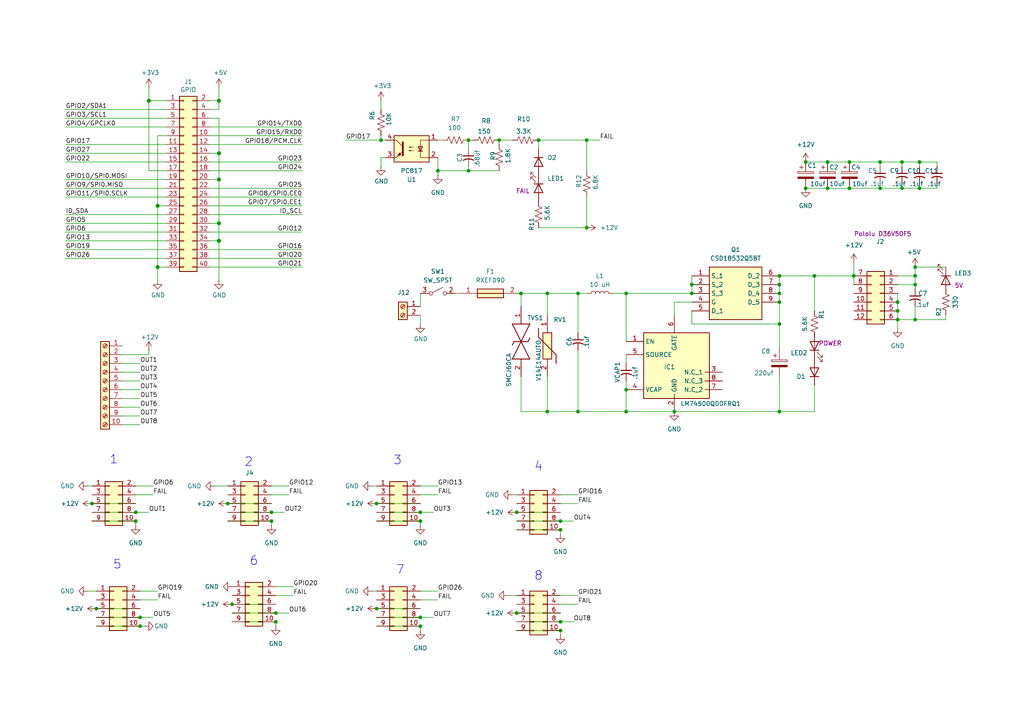
<source format=kicad_sch>
(kicad_sch (version 20250114) (generator "eeschema") (generator_version "9.0")
  (paper "A4")
  (text "5" (at 34.036 163.83 0) (effects (font (size 2.54 2.54))))
  (text "8" (at 156.21 167.132 0) (effects (font (size 2.54 2.54))))
  (text "4" (at 156.21 135.382 0) (effects (font (size 2.54 2.54))))
  (text "6" (at 73.66 162.814 0) (effects (font (size 2.54 2.54))))
  (text "1" (at 33.02 133.35 0) (effects (font (size 2.54 2.54))))
  (text "7" (at 116.078 165.354 0) (effects (font (size 2.54 2.54))))
  (text "2" (at 72.136 134.112 0) (effects (font (size 2.54 2.54))))
  (text "3" (at 115.316 133.604 0) (effects (font (size 2.54 2.54))))
  (junction (at 109.22 146.05))
  (junction (at 255.27 46.99))
  (junction (at 226.06 93.98))
  (junction (at 260.35 90.17))
  (junction (at 149.86 148.59))
  (junction (at 39.37 148.59))
  (junction (at 260.35 92.71))
  (junction (at 167.64 119.38))
  (junction (at 265.43 80.01))
  (junction (at 110.49 40.64))
  (junction (at 80.01 177.8))
  (junction (at 162.56 151.13))
  (junction (at 236.22 80.01))
  (junction (at 149.86 177.8))
  (junction (at 78.74 151.13))
  (junction (at 181.61 113.03))
  (junction (at 195.58 119.38))
  (junction (at 162.56 153.67))
  (junction (at 255.27 54.61))
  (junction (at 200.66 82.55))
  (junction (at 121.92 148.59))
  (junction (at 63.5 44.45) (diameter 1.016))
  (junction (at 170.18 66.04))
  (junction (at 158.75 85.09))
  (junction (at 226.06 82.55))
  (junction (at 26.67 146.05))
  (junction (at 40.64 181.61))
  (junction (at 226.06 85.09))
  (junction (at 135.89 49.53))
  (junction (at 121.92 181.61))
  (junction (at 167.64 85.09))
  (junction (at 162.56 182.88))
  (junction (at 40.64 179.07))
  (junction (at 233.68 46.99))
  (junction (at 200.66 85.09))
  (junction (at 121.92 179.07))
  (junction (at 233.68 54.61))
  (junction (at 266.7 54.61))
  (junction (at 240.03 46.99))
  (junction (at 66.04 146.05))
  (junction (at 67.31 175.26))
  (junction (at 170.18 40.64))
  (junction (at 261.62 54.61))
  (junction (at 261.62 46.99))
  (junction (at 158.75 119.38))
  (junction (at 45.72 77.47) (diameter 1.016))
  (junction (at 127 49.53))
  (junction (at 63.5 29.21) (diameter 1.016))
  (junction (at 63.5 52.07) (diameter 1.016))
  (junction (at 246.38 54.61))
  (junction (at 121.92 151.13))
  (junction (at 109.22 176.53))
  (junction (at 247.65 80.01))
  (junction (at 265.43 92.71))
  (junction (at 265.43 77.47))
  (junction (at 63.5 69.85) (diameter 1.016))
  (junction (at 63.5 64.77) (diameter 1.016))
  (junction (at 240.03 54.61))
  (junction (at 135.89 40.64))
  (junction (at 78.74 148.59))
  (junction (at 181.61 119.38))
  (junction (at 80.01 180.34))
  (junction (at 45.72 59.69) (diameter 1.016))
  (junction (at 144.78 40.64))
  (junction (at 226.06 87.63))
  (junction (at 156.21 40.64))
  (junction (at 27.94 176.53))
  (junction (at 226.06 119.38))
  (junction (at 260.35 87.63))
  (junction (at 43.18 29.21) (diameter 1.016))
  (junction (at 151.13 85.09))
  (junction (at 266.7 46.99))
  (junction (at 246.38 46.99))
  (junction (at 162.56 180.34))
  (junction (at 265.43 82.55))
  (junction (at 181.61 85.09))
  (junction (at 39.37 151.13))
  (junction (at 226.06 80.01))
  (wire (pts (xy 19.05 36.83) (xy 48.26 36.83)))
  (wire (pts (xy 195.58 87.63) (xy 200.66 87.63)))
  (wire (pts (xy 181.61 113.03) (xy 181.61 119.38)))
  (wire (pts (xy 78.74 151.13) (xy 78.74 152.4)))
  (wire (pts (xy 149.86 151.13) (xy 162.56 151.13)))
  (wire (pts (xy 170.18 40.64) (xy 173.99 40.64)))
  (wire (pts (xy 121.92 140.97) (xy 127 140.97)))
  (wire (pts (xy 66.04 146.05) (xy 78.74 146.05)))
  (wire (pts (xy 127 40.64) (xy 128.27 40.64)))
  (wire (pts (xy 35.56 115.57) (xy 40.64 115.57)))
  (wire (pts (xy 45.72 39.37) (xy 45.72 59.69)))
  (wire (pts (xy 60.96 59.69) (xy 87.63 59.69)))
  (wire (pts (xy 151.13 109.22) (xy 151.13 119.38)))
  (wire (pts (xy 60.96 67.31) (xy 87.63 67.31)))
  (wire (pts (xy 135.89 40.64) (xy 135.89 43.18)))
  (wire (pts (xy 43.18 101.6) (xy 43.18 102.87)))
  (wire (pts (xy 19.05 74.93) (xy 48.26 74.93)))
  (wire (pts (xy 121.92 173.99) (xy 127 173.99)))
  (wire (pts (xy 226.06 82.55) (xy 226.06 85.09)))
  (wire (pts (xy 151.13 85.09) (xy 158.75 85.09)))
  (wire (pts (xy 109.22 181.61) (xy 121.92 181.61)))
  (wire (pts (xy 121.92 85.09) (xy 121.92 88.9)))
  (wire (pts (xy 60.96 57.15) (xy 87.63 57.15)))
  (wire (pts (xy 109.22 148.59) (xy 121.92 148.59)))
  (wire (pts (xy 255.27 54.61) (xy 261.62 54.61)))
  (wire (pts (xy 110.49 45.72) (xy 111.76 45.72)))
  (wire (pts (xy 63.5 44.45) (xy 63.5 52.07)))
  (wire (pts (xy 226.06 109.22) (xy 226.06 119.38)))
  (wire (pts (xy 63.5 64.77) (xy 60.96 64.77)))
  (wire (pts (xy 135.89 49.53) (xy 135.89 48.26)))
  (wire (pts (xy 63.5 69.85) (xy 63.5 81.28)))
  (wire (pts (xy 78.74 140.97) (xy 83.82 140.97)))
  (wire (pts (xy 195.58 119.38) (xy 226.06 119.38)))
  (wire (pts (xy 107.95 171.45) (xy 109.22 171.45)))
  (wire (pts (xy 48.26 41.91) (xy 19.05 41.91)))
  (wire (pts (xy 246.38 46.99) (xy 255.27 46.99)))
  (wire (pts (xy 266.7 46.99) (xy 266.7 48.26)))
  (wire (pts (xy 181.61 110.49) (xy 181.61 113.03)))
  (wire (pts (xy 45.72 39.37) (xy 48.26 39.37)))
  (wire (pts (xy 19.05 67.31) (xy 48.26 67.31)))
  (wire (pts (xy 60.96 46.99) (xy 87.63 46.99)))
  (wire (pts (xy 195.58 87.63) (xy 195.58 91.44)))
  (wire (pts (xy 158.75 85.09) (xy 158.75 91.44)))
  (wire (pts (xy 247.65 80.01) (xy 247.65 82.55)))
  (wire (pts (xy 80.01 170.18) (xy 85.09 170.18)))
  (wire (pts (xy 27.94 179.07) (xy 40.64 179.07)))
  (wire (pts (xy 48.26 69.85) (xy 19.05 69.85)))
  (wire (pts (xy 158.75 85.09) (xy 167.64 85.09)))
  (wire (pts (xy 162.56 175.26) (xy 167.64 175.26)))
  (wire (pts (xy 170.18 57.15) (xy 170.18 66.04)))
  (wire (pts (xy 45.72 77.47) (xy 45.72 81.28)))
  (wire (pts (xy 162.56 172.72) (xy 167.64 172.72)))
  (wire (pts (xy 48.26 52.07) (xy 19.05 52.07)))
  (wire (pts (xy 127 50.8) (xy 127 49.53)))
  (wire (pts (xy 19.05 57.15) (xy 48.26 57.15)))
  (wire (pts (xy 149.86 85.09) (xy 151.13 85.09)))
  (wire (pts (xy 260.35 87.63) (xy 260.35 90.17)))
  (wire (pts (xy 144.78 49.53) (xy 135.89 49.53)))
  (wire (pts (xy 60.96 72.39) (xy 87.63 72.39)))
  (wire (pts (xy 274.32 92.71) (xy 265.43 92.71)))
  (wire (pts (xy 236.22 90.17) (xy 236.22 80.01)))
  (wire (pts (xy 200.66 80.01) (xy 200.66 82.55)))
  (wire (pts (xy 43.18 25.4) (xy 43.18 29.21)))
  (wire (pts (xy 60.96 54.61) (xy 87.63 54.61)))
  (wire (pts (xy 19.05 44.45) (xy 48.26 44.45)))
  (wire (pts (xy 167.64 85.09) (xy 170.18 85.09)))
  (wire (pts (xy 63.5 44.45) (xy 60.96 44.45)))
  (wire (pts (xy 27.94 176.53) (xy 40.64 176.53)))
  (wire (pts (xy 19.05 34.29) (xy 48.26 34.29)))
  (wire (pts (xy 121.92 181.61) (xy 121.92 182.88)))
  (wire (pts (xy 19.05 46.99) (xy 48.26 46.99)))
  (wire (pts (xy 200.66 82.55) (xy 205.74 82.55)))
  (wire (pts (xy 80.01 172.72) (xy 85.09 172.72)))
  (wire (pts (xy 121.92 171.45) (xy 127 171.45)))
  (wire (pts (xy 132.08 85.09) (xy 133.35 85.09)))
  (wire (pts (xy 48.26 62.23) (xy 19.05 62.23)))
  (wire (pts (xy 162.56 151.13) (xy 166.37 151.13)))
  (wire (pts (xy 246.38 54.61) (xy 255.27 54.61)))
  (wire (pts (xy 233.68 46.99) (xy 240.03 46.99)))
  (wire (pts (xy 40.64 179.07) (xy 44.45 179.07)))
  (wire (pts (xy 39.37 143.51) (xy 44.45 143.51)))
  (wire (pts (xy 162.56 182.88) (xy 162.56 184.15)))
  (wire (pts (xy 35.56 107.95) (xy 40.64 107.95)))
  (wire (pts (xy 260.35 92.71) (xy 265.43 92.71)))
  (wire (pts (xy 60.96 49.53) (xy 87.63 49.53)))
  (wire (pts (xy 261.62 53.34) (xy 261.62 54.61)))
  (wire (pts (xy 167.64 119.38) (xy 181.61 119.38)))
  (wire (pts (xy 236.22 96.52) (xy 236.22 97.79)))
  (wire (pts (xy 109.22 146.05) (xy 121.92 146.05)))
  (wire (pts (xy 78.74 148.59) (xy 82.55 148.59)))
  (wire (pts (xy 240.03 54.61) (xy 246.38 54.61)))
  (wire (pts (xy 66.04 151.13) (xy 78.74 151.13)))
  (wire (pts (xy 35.56 110.49) (xy 40.64 110.49)))
  (wire (pts (xy 170.18 40.64) (xy 170.18 49.53)))
  (wire (pts (xy 265.43 77.47) (xy 274.32 77.47)))
  (wire (pts (xy 19.05 54.61) (xy 48.26 54.61)))
  (wire (pts (xy 181.61 85.09) (xy 181.61 99.06)))
  (wire (pts (xy 63.5 52.07) (xy 60.96 52.07)))
  (wire (pts (xy 266.7 46.99) (xy 271.78 46.99)))
  (wire (pts (xy 62.23 140.97) (xy 66.04 140.97)))
  (wire (pts (xy 158.75 119.38) (xy 167.64 119.38)))
  (wire (pts (xy 255.27 46.99) (xy 255.27 48.26)))
  (wire (pts (xy 60.96 74.93) (xy 87.63 74.93)))
  (wire (pts (xy 121.92 91.44) (xy 121.92 93.98)))
  (wire (pts (xy 110.49 39.37) (xy 110.49 40.64)))
  (wire (pts (xy 25.4 140.97) (xy 26.67 140.97)))
  (wire (pts (xy 63.5 31.75) (xy 60.96 31.75)))
  (wire (pts (xy 162.56 153.67) (xy 162.56 154.94)))
  (wire (pts (xy 45.72 59.69) (xy 48.26 59.69)))
  (wire (pts (xy 63.5 52.07) (xy 63.5 64.77)))
  (wire (pts (xy 78.74 143.51) (xy 83.82 143.51)))
  (wire (pts (xy 100.33 40.64) (xy 110.49 40.64)))
  (wire (pts (xy 39.37 140.97) (xy 44.45 140.97)))
  (wire (pts (xy 45.72 59.69) (xy 45.72 77.47)))
  (wire (pts (xy 67.31 177.8) (xy 80.01 177.8)))
  (wire (pts (xy 233.68 54.61) (xy 240.03 54.61)))
  (wire (pts (xy 149.86 182.88) (xy 162.56 182.88)))
  (wire (pts (xy 226.06 87.63) (xy 226.06 93.98)))
  (wire (pts (xy 35.56 105.41) (xy 40.64 105.41)))
  (wire (pts (xy 156.21 40.64) (xy 156.21 43.18)))
  (wire (pts (xy 265.43 80.01) (xy 260.35 80.01)))
  (wire (pts (xy 110.49 29.21) (xy 110.49 31.75)))
  (wire (pts (xy 255.27 46.99) (xy 261.62 46.99)))
  (wire (pts (xy 240.03 46.99) (xy 246.38 46.99)))
  (wire (pts (xy 181.61 85.09) (xy 200.66 85.09)))
  (wire (pts (xy 80.01 177.8) (xy 83.82 177.8)))
  (wire (pts (xy 67.31 180.34) (xy 80.01 180.34)))
  (wire (pts (xy 147.32 172.72) (xy 149.86 172.72)))
  (wire (pts (xy 265.43 82.55) (xy 265.43 83.82)))
  (wire (pts (xy 43.18 102.87) (xy 35.56 102.87)))
  (wire (pts (xy 226.06 80.01) (xy 226.06 82.55)))
  (wire (pts (xy 265.43 88.9) (xy 265.43 92.71)))
  (wire (pts (xy 19.05 72.39) (xy 48.26 72.39)))
  (wire (pts (xy 67.31 175.26) (xy 80.01 175.26)))
  (wire (pts (xy 27.94 181.61) (xy 40.64 181.61)))
  (wire (pts (xy 60.96 39.37) (xy 87.63 39.37)))
  (wire (pts (xy 26.67 148.59) (xy 39.37 148.59)))
  (wire (pts (xy 226.06 93.98) (xy 226.06 101.6)))
  (wire (pts (xy 41.91 181.61) (xy 40.64 181.61)))
  (wire (pts (xy 121.92 143.51) (xy 127 143.51)))
  (wire (pts (xy 110.49 48.26) (xy 110.49 45.72)))
  (wire (pts (xy 271.78 54.61) (xy 271.78 53.34)))
  (wire (pts (xy 35.56 118.11) (xy 40.64 118.11)))
  (wire (pts (xy 149.86 177.8) (xy 162.56 177.8)))
  (wire (pts (xy 80.01 180.34) (xy 80.01 181.61)))
  (wire (pts (xy 226.06 85.09) (xy 226.06 87.63)))
  (wire (pts (xy 149.86 153.67) (xy 162.56 153.67)))
  (wire (pts (xy 265.43 77.47) (xy 265.43 80.01)))
  (wire (pts (xy 247.65 76.2) (xy 247.65 80.01)))
  (wire (pts (xy 63.5 64.77) (xy 63.5 69.85)))
  (wire (pts (xy 274.32 92.71) (xy 274.32 91.44)))
  (wire (pts (xy 43.18 29.21) (xy 48.26 29.21)))
  (wire (pts (xy 109.22 151.13) (xy 121.92 151.13)))
  (wire (pts (xy 260.35 85.09) (xy 260.35 87.63)))
  (wire (pts (xy 266.7 54.61) (xy 266.7 53.34)))
  (wire (pts (xy 236.22 80.01) (xy 247.65 80.01)))
  (wire (pts (xy 162.56 146.05) (xy 167.64 146.05)))
  (wire (pts (xy 25.4 171.45) (xy 27.94 171.45)))
  (wire (pts (xy 60.96 62.23) (xy 87.63 62.23)))
  (wire (pts (xy 39.37 151.13) (xy 39.37 152.4)))
  (wire (pts (xy 60.96 36.83) (xy 87.63 36.83)))
  (wire (pts (xy 127 45.72) (xy 127 49.53)))
  (wire (pts (xy 43.18 29.21) (xy 43.18 49.53)))
  (wire (pts (xy 266.7 54.61) (xy 271.78 54.61)))
  (wire (pts (xy 110.49 40.64) (xy 111.76 40.64)))
  (wire (pts (xy 121.92 148.59) (xy 125.73 148.59)))
  (wire (pts (xy 200.66 93.98) (xy 226.06 93.98)))
  (wire (pts (xy 127 49.53) (xy 135.89 49.53)))
  (wire (pts (xy 109.22 179.07) (xy 121.92 179.07)))
  (wire (pts (xy 200.66 93.98) (xy 200.66 90.17)))
  (wire (pts (xy 26.67 146.05) (xy 39.37 146.05)))
  (wire (pts (xy 236.22 111.76) (xy 236.22 119.38)))
  (wire (pts (xy 162.56 143.51) (xy 167.64 143.51)))
  (wire (pts (xy 121.92 151.13) (xy 121.92 152.4)))
  (wire (pts (xy 107.95 140.97) (xy 109.22 140.97)))
  (wire (pts (xy 63.5 69.85) (xy 60.96 69.85)))
  (wire (pts (xy 156.21 40.64) (xy 170.18 40.64)))
  (wire (pts (xy 162.56 180.34) (xy 166.37 180.34)))
  (wire (pts (xy 148.59 143.51) (xy 149.86 143.51)))
  (wire (pts (xy 26.67 151.13) (xy 39.37 151.13)))
  (wire (pts (xy 255.27 53.34) (xy 255.27 54.61)))
  (wire (pts (xy 63.5 25.4) (xy 63.5 29.21)))
  (wire (pts (xy 137.16 40.64) (xy 135.89 40.64)))
  (wire (pts (xy 200.66 85.09) (xy 205.74 85.09)))
  (wire (pts (xy 35.56 120.65) (xy 40.64 120.65)))
  (wire (pts (xy 260.35 90.17) (xy 260.35 92.71)))
  (wire (pts (xy 40.64 171.45) (xy 45.72 171.45)))
  (wire (pts (xy 156.21 66.04) (xy 170.18 66.04)))
  (wire (pts (xy 43.18 49.53) (xy 48.26 49.53)))
  (wire (pts (xy 181.61 102.87) (xy 181.61 105.41)))
  (wire (pts (xy 39.37 148.59) (xy 43.18 148.59)))
  (wire (pts (xy 149.86 180.34) (xy 162.56 180.34)))
  (wire (pts (xy 149.86 148.59) (xy 162.56 148.59)))
  (wire (pts (xy 63.5 29.21) (xy 63.5 31.75)))
  (wire (pts (xy 35.56 123.19) (xy 40.64 123.19)))
  (wire (pts (xy 19.05 64.77) (xy 48.26 64.77)))
  (wire (pts (xy 158.75 109.22) (xy 158.75 119.38)))
  (wire (pts (xy 274.32 83.82) (xy 274.32 85.09)))
  (wire (pts (xy 167.64 85.09) (xy 167.64 96.52)))
  (wire (pts (xy 271.78 46.99) (xy 271.78 48.26)))
  (wire (pts (xy 261.62 46.99) (xy 261.62 48.26)))
  (wire (pts (xy 63.5 34.29) (xy 60.96 34.29)))
  (wire (pts (xy 40.64 173.99) (xy 45.72 173.99)))
  (wire (pts (xy 35.56 113.03) (xy 40.64 113.03)))
  (wire (pts (xy 177.8 85.09) (xy 181.61 85.09)))
  (wire (pts (xy 151.13 119.38) (xy 158.75 119.38)))
  (wire (pts (xy 63.5 34.29) (xy 63.5 44.45)))
  (wire (pts (xy 66.04 148.59) (xy 78.74 148.59)))
  (wire (pts (xy 60.96 77.47) (xy 87.63 77.47)))
  (wire (pts (xy 261.62 46.99) (xy 266.7 46.99)))
  (wire (pts (xy 121.92 179.07) (xy 125.73 179.07)))
  (wire (pts (xy 200.66 82.55) (xy 200.66 85.09)))
  (wire (pts (xy 265.43 80.01) (xy 265.43 82.55)))
  (wire (pts (xy 45.72 77.47) (xy 48.26 77.47)))
  (wire (pts (xy 226.06 80.01) (xy 236.22 80.01)))
  (wire (pts (xy 144.78 41.91) (xy 144.78 40.64)))
  (wire (pts (xy 151.13 85.09) (xy 151.13 88.9)))
  (wire (pts (xy 167.64 101.6) (xy 167.64 119.38)))
  (wire (pts (xy 48.26 31.75) (xy 19.05 31.75)))
  (wire (pts (xy 60.96 41.91) (xy 87.63 41.91)))
  (wire (pts (xy 265.43 82.55) (xy 260.35 82.55)))
  (wire (pts (xy 260.35 92.71) (xy 260.35 95.25)))
  (wire (pts (xy 63.5 29.21) (xy 60.96 29.21)))
  (wire (pts (xy 226.06 119.38) (xy 236.22 119.38)))
  (wire (pts (xy 109.22 176.53) (xy 121.92 176.53)))
  (wire (pts (xy 144.78 40.64) (xy 148.59 40.64)))
  (wire (pts (xy 261.62 54.61) (xy 266.7 54.61)))
  (wire (pts (xy 181.61 119.38) (xy 195.58 119.38)))
  (label "OUT4" (at 166.37 151.13 0))
  (label "GPIO10{slash}SPI0.MOSI" (at 19.05 52.07 0))
  (label "GPIO16" (at 167.64 143.51 0))
  (label "OUT8" (at 40.64 123.19 0))
  (label "OUT1" (at 40.64 105.41 0))
  (label "GPIO25" (at 87.63 54.61 180))
  (label "GPIO26" (at 127 171.45 0))
  (label "GPIO17" (at 19.05 41.91 0))
  (label "OUT6" (at 40.64 118.11 0))
  (label "GPIO19" (at 19.05 72.39 0))
  (label "FAIL" (at 167.64 175.26 0))
  (label "GPIO8{slash}SPI0.CE0" (at 87.63 57.15 180))
  (label "GPIO19" (at 45.72 171.45 0))
  (label "GPIO15{slash}RXD0" (at 87.63 39.37 180))
  (label "GPIO6" (at 19.05 67.31 0))
  (label "GPIO17" (at 100.33 40.64 0))
  (label "FAIL" (at 83.82 143.51 0))
  (label "OUT6" (at 83.82 177.8 0))
  (label "FAIL" (at 44.45 143.51 0))
  (label "GPIO26" (at 19.05 74.93 0))
  (label "OUT3" (at 125.73 148.59 0))
  (label "GPIO20" (at 87.63 74.93 180))
  (label "GPIO6" (at 44.45 140.97 0))
  (label "OUT5" (at 44.45 179.07 0))
  (label "GPIO18{slash}PCM.CLK" (at 87.63 41.91 180))
  (label "GPIO22" (at 19.05 46.99 0))
  (label "GPIO20" (at 85.09 170.18 0))
  (label "OUT2" (at 40.64 107.95 0))
  (label "OUT4" (at 40.64 113.03 0))
  (label "ID_SDA" (at 19.05 62.23 0))
  (label "GPIO21" (at 167.64 172.72 0))
  (label "OUT7" (at 125.73 179.07 0))
  (label "FAIL" (at 127 173.99 0))
  (label "GPIO12" (at 87.63 67.31 180))
  (label "OUT7" (at 40.64 120.65 0))
  (label "OUT3" (at 40.64 110.49 0))
  (label "FAIL" (at 173.99 40.64 0))
  (label "GPIO7{slash}SPI0.CE1" (at 87.63 59.69 180))
  (label "GPIO9{slash}SPI0.MISO" (at 19.05 54.61 0))
  (label "GPIO23" (at 87.63 46.99 180))
  (label "GPIO12" (at 83.82 140.97 0))
  (label "OUT2" (at 82.55 148.59 0))
  (label "FAIL" (at 45.72 173.99 0))
  (label "FAIL" (at 167.64 146.05 0))
  (label "OUT1" (at 43.18 148.59 0))
  (label "GPIO27" (at 19.05 44.45 0))
  (label "GPIO4{slash}GPCLK0" (at 19.05 36.83 0))
  (label "GPIO2{slash}SDA1" (at 19.05 31.75 0))
  (label "GPIO3{slash}SCL1" (at 19.05 34.29 0))
  (label "GPIO13" (at 19.05 69.85 0))
  (label "GPIO13" (at 127 140.97 0))
  (label "GPIO24" (at 87.63 49.53 180))
  (label "GPIO5" (at 19.05 64.77 0))
  (label "ID_SCL" (at 87.63 62.23 180))
  (label "GPIO16" (at 87.63 72.39 180))
  (label "FAIL" (at 85.09 172.72 0))
  (label "OUT8" (at 166.37 180.34 0))
  (label "GPIO21" (at 87.63 77.47 180))
  (label "FAIL" (at 127 143.51 0))
  (label "OUT5" (at 40.64 115.57 0))
  (label "GPIO14{slash}TXD0" (at 87.63 36.83 180))
  (label "GPIO11{slash}SPI0.SCLK" (at 19.05 57.15 0))
  (symbol (lib_id "power:+5V") (at 63.5 25.4 0) (unit 1)
    (property "Reference" "#PWR01" (effects (hide yes)))
    (property "Value" "+5V" (at 63.8683 21.0756 0))
    (property "Description" "Power symbol creates a global label with name \"+5V\"" (effects (hide yes)))
  )
  (symbol (lib_id "power:+3.3V") (at 43.18 25.4 0) (unit 1)
    (property "Reference" "#PWR04" (effects (hide yes)))
    (property "Value" "+3V3" (at 43.5483 21.0756 0))
    (property "Description" "Power symbol creates a global label with name \"+3.3V\"" (effects (hide yes)))
  )
  (symbol (lib_id "power:GND") (at 63.5 81.28 0) (unit 1)
    (property "Reference" "#PWR02" (effects (hide yes)))
    (property "Value" "GND" (at 63.6143 85.6044 0))
    (property "Description" "Power symbol creates a global label with name \"GND\" , ground" (effects (hide yes)))
  )
  (symbol (lib_id "power:GND") (at 45.72 81.28 0) (unit 1)
    (property "Reference" "#PWR03" (effects (hide yes)))
    (property "Value" "GND" (at 45.8343 85.6044 0))
    (property "Description" "Power symbol creates a global label with name \"GND\" , ground" (effects (hide yes)))
  )
  (symbol (lib_id "Connector_Generic:Conn_02x20_Odd_Even") (at 53.34 52.07 0) (unit 1)
    (property "Reference" "J1" (at 54.61 23.7298 0))
    (property "Value" "GPIO" (at 54.61 26.035 0))
    (property "Footprint" "Connector_PinSocket_2.54mm:PinSocket_2x20_P2.54mm_Vertical" (effects (hide yes)))
    (property "Description" "Generic connector, double row, 02x20, odd/even pin numbering scheme (row 1 odd numbers, row 2 even numbers), script generated (kicad-library-utils/schlib/autogen/connector/)" (effects (hide yes)))
  )
  (symbol (lib_id "CSD18532Q5BT:CSD18532Q5BT") (at 200.66 80.01 0) (unit 1)
    (property "Reference" "Q1" (at 213.36 72.39 0))
    (property "Value" "CSD18532Q5BT" (at 213.36 74.93 0))
    (property "Footprint" "CSD18532Q5BT" (effects (hide yes)))
    (property "Datasheet" "http://www.ti.com/lit/gpn/CSD18532Q5B" (effects (hide yes)))
    (property "Description" "60V, N ch NexFET MOSFET, single SON5x6, 3.2mOhm" (effects (hide yes)))
    (property "Height" "1" (effects (hide yes)))
    (property "Manufacturer_Name" "Texas Instruments" (effects (hide yes)))
    (property "Manufacturer_Part_Number" "CSD18532Q5BT" (effects (hide yes)))
    (property "Mouser Part Number" "595-CSD18532Q5BT" (effects (hide yes)))
    (property "Mouser Price/Stock" "https://www.mouser.co.uk/ProductDetail/Texas-Instruments/CSD18532Q5BT?qs=gvhpkjpQEVR6EJEgidAZtw%3D%3D" (effects (hide yes)))
    (property "Arrow Part Number" "CSD18532Q5BT" (effects (hide yes)))
    (property "Arrow Price/Stock" "https://www.arrow.com/en/products/csd18532q5bt/texas-instruments?utm_currency=USD&region=nac" (effects (hide yes)))
  )
  (symbol (lib_id "Device:C_Small_US") (at 265.43 86.36 0) (mirror y) (unit 1)
    (property "Reference" "C7" (at 268.986 85.09 0) (effects (justify left)))
    (property "Value" ".1uf" (at 269.494 88.392 0) (effects (justify left)))
    (property "Footprint" "RCER71H104K0DBH03A:RCER71H104K0DBH03A" (effects (hide yes)))
    (property "Description" "capacitor, small US symbol" (effects (hide yes)))
  )
  (symbol (lib_id "power:GND") (at 121.92 93.98 0) (unit 1)
    (property "Reference" "#PWR038" (effects (hide yes)))
    (property "Value" "GND" (at 122.0343 98.3044 0))
    (property "Description" "Power symbol creates a global label with name \"GND\" , ground" (effects (hide yes)))
  )
  (symbol (lib_id "Device:C_Small_US") (at 181.61 107.95 0) (unit 1)
    (property "Reference" "VCAP1" (at 179.07 107.95 90))
    (property "Value" ".1uf" (at 184.15 108.204 90))
    (property "Footprint" "Capacitor_SMD:C_0805_2012Metric_Pad1.18x1.45mm_HandSolder" (effects (hide yes)))
    (property "Description" "capacitor, small US symbol" (effects (hide yes)))
  )
  (symbol (lib_id "Connector_Generic:Conn_02x05_Odd_Even") (at 31.75 146.05 0) (unit 1)
    (property "Reference" "J3" (effects (hide yes)))
    (property "Value" "Conn_02x05_Odd_Even" (effects (hide yes)))
    (property "Footprint" "PinSocket_2x05_P2.54mm_Vertical" (effects (hide yes)))
    (property "Description" "Generic connector, double row, 02x05, odd/even pin numbering scheme (row 1 odd numbers, row 2 even numbers), script generated (kicad-library-utils/schlib/autogen/connector/)" (effects (hide yes)))
  )
  (symbol (lib_id "power:GND") (at 147.32 172.72 270) (unit 1)
    (property "Reference" "#PWR035" (effects (hide yes)))
    (property "Value" "GND" (at 143.51 172.7199 90) (effects (justify right)))
    (property "Description" "Power symbol creates a global label with name \"GND\" , ground" (effects (hide yes)))
  )
  (symbol (lib_id "Device:LED") (at 274.32 81.28 270) (unit 1)
    (property "Reference" "LED3" (at 276.86 79.248 90) (effects (justify left)))
    (property "Value" "LG M67K-H1J2-24-Z" (effects (hide yes)))
    (property "Footprint" "LED_SMD:LED_0805_2012Metric_Pad1.15x1.40mm_HandSolder" (effects (hide yes)))
    (property "Description" "Light emitting diode" (effects (hide yes)))
    (property "Sim.Pins" "1=K 2=A" (effects (hide yes)))
    (property "Name" "5V" (at 278.13 82.804 90))
  )
  (symbol (lib_id "Device:R_US") (at 140.97 40.64 90) (unit 1)
    (property "Reference" "R8" (at 140.97 35.052 90))
    (property "Value" "150" (at 140.462 38.1 90))
    (property "Footprint" "Resistor_SMD:R_0805_2012Metric_Pad1.20x1.40mm_HandSolder" (effects (hide yes)))
    (property "Description" "Resistor, US symbol" (effects (hide yes)))
  )
  (symbol (lib_id "Device:C_Small_US") (at 135.89 45.72 0) (unit 1)
    (property "Reference" "C3" (at 133.35 45.72 90))
    (property "Value" ".68uf" (at 138.43 45.974 90))
    (property "Footprint" "Capacitor_SMD:C_0805_2012Metric_Pad1.18x1.45mm_HandSolder" (effects (hide yes)))
    (property "Description" "capacitor, small US symbol" (effects (hide yes)))
  )
  (symbol (lib_id "power:GND") (at 121.92 182.88 0) (unit 1)
    (property "Reference" "#PWR034" (effects (hide yes)))
    (property "Value" "GND" (at 121.92 187.96 0))
    (property "Description" "Power symbol creates a global label with name \"GND\" , ground" (effects (hide yes)))
  )
  (symbol (lib_id "power:GND") (at 67.31 170.18 270) (unit 1)
    (property "Reference" "#PWR026" (effects (hide yes)))
    (property "Value" "GND" (at 63.5 170.1799 90) (effects (justify right)))
    (property "Description" "Power symbol creates a global label with name \"GND\" , ground" (effects (hide yes)))
  )
  (symbol (lib_id "Device:C_Polarized") (at 246.38 50.8 0) (unit 1)
    (property "Reference" "C4" (at 246.888 48.514 0) (effects (justify left)))
    (property "Value" "10uf" (at 247.142 53.34 0) (effects (justify left)))
    (property "Footprint" "Capacitor_THT:CP_Radial_D5.0mm_P2.00mm" (effects (hide yes)))
    (property "Description" "Polarized capacitor" (effects (hide yes)))
  )
  (symbol (lib_id "power:+12V") (at 149.86 177.8 90) (unit 1)
    (property "Reference" "#PWR036" (effects (hide yes)))
    (property "Value" "+12V" (at 146.05 177.7999 90) (effects (justify left)))
    (property "Description" "Power symbol creates a global label with name \"+12V\"" (effects (hide yes)))
  )
  (symbol (lib_id "Connector_Generic:Conn_02x05_Odd_Even") (at 114.3 146.05 0) (unit 1)
    (property "Reference" "J6" (effects (hide yes)))
    (property "Value" "Conn_02x05_Odd_Even" (effects (hide yes)))
    (property "Footprint" "PinSocket_2x05_P2.54mm_Vertical" (effects (hide yes)))
    (property "Description" "Generic connector, double row, 02x05, odd/even pin numbering scheme (row 1 odd numbers, row 2 even numbers), script generated (kicad-library-utils/schlib/autogen/connector/)" (effects (hide yes)))
  )
  (symbol (lib_id "power:GND") (at 39.37 152.4 0) (unit 1)
    (property "Reference" "#PWR019" (effects (hide yes)))
    (property "Value" "GND" (at 39.37 157.48 0))
    (property "Description" "Power symbol creates a global label with name \"GND\" , ground" (effects (hide yes)))
  )
  (symbol (lib_id "V14E14AUTO:V14E14AUTO") (at 158.75 91.44 270) (unit 1)
    (property "Reference" "RV1" (at 160.528 92.71 90) (effects (justify left)))
    (property "Value" "V14E14AUTO" (at 156.21 98.552 0) (effects (justify left)))
    (property "Footprint" "V14E14AUTO" (effects (hide yes)))
    (property "Datasheet" "https://www.mouser.in/datasheet/2/240/Littelfuse_Varistor_AUMOV_Datasheet_pdf-559294.pdf" (effects (hide yes)))
    (property "Description" "Varistors 14V 14mm Epoxy AEC-Q200 AUMOV" (effects (hide yes)))
    (property "Height" "20" (effects (hide yes)))
    (property "Manufacturer_Name" "LITTELFUSE" (effects (hide yes)))
    (property "Manufacturer_Part_Number" "V14E14AUTO" (effects (hide yes)))
    (property "Mouser Part Number" "576-V14E14AUTO" (effects (hide yes)))
    (property "Mouser Price/Stock" "https://www.mouser.com/Search/Refine.aspx?Keyword=576-V14E14AUTO" (effects (hide yes)))
  )
  (symbol (lib_id "power:GND") (at 107.95 140.97 270) (unit 1)
    (property "Reference" "#PWR020" (effects (hide yes)))
    (property "Value" "GND" (at 104.14 140.9699 90) (effects (justify right)))
    (property "Description" "Power symbol creates a global label with name \"GND\" , ground" (effects (hide yes)))
  )
  (symbol (lib_id "Device:LED") (at 156.21 54.61 270) (unit 1)
    (property "Reference" "LED1" (at 158.75 51.7524 90) (effects (justify left)))
    (property "Value" "APT2012SURCK" (effects (hide yes)))
    (property "Footprint" "LED_SMD:LED_0805_2012Metric_Pad1.15x1.40mm_HandSolder" (effects (hide yes)))
    (property "Description" "Light emitting diode" (effects (hide yes)))
    (property "Sim.Pins" "1=K 2=A" (effects (hide yes)))
    (property "Name" "FAIL" (at 151.638 55.372 90))
  )
  (symbol (lib_id "Connector_Generic:Conn_02x05_Odd_Even") (at 154.94 177.8 0) (unit 1)
    (property "Reference" "J9" (effects (hide yes)))
    (property "Value" "Conn_02x05_Odd_Even" (effects (hide yes)))
    (property "Footprint" "PinSocket_2x05_P2.54mm_Vertical" (effects (hide yes)))
    (property "Description" "Generic connector, double row, 02x05, odd/even pin numbering scheme (row 1 odd numbers, row 2 even numbers), script generated (kicad-library-utils/schlib/autogen/connector/)" (effects (hide yes)))
  )
  (symbol (lib_id "Connector:Screw_Terminal_01x02") (at 116.84 88.9 0) (mirror y) (unit 1)
    (property "Reference" "J12" (at 117.094 84.836 0))
    (property "Value" "Screw_Terminal_01x02" (effects (hide yes)))
    (property "Footprint" "TerminalBlock_Phoenix:TerminalBlock_Phoenix_MKDS-1,5-2-5.08_1x02_P5.08mm_Horizontal" (effects (hide yes)))
    (property "Description" "Generic screw terminal, single row, 01x02, script generated (kicad-library-utils/schlib/autogen/connector/)" (effects (hide yes)))
  )
  (symbol (lib_id "Connector_Generic:Conn_02x05_Odd_Even") (at 114.3 176.53 0) (unit 1)
    (property "Reference" "J10" (effects (hide yes)))
    (property "Value" "Conn_02x05_Odd_Even" (effects (hide yes)))
    (property "Footprint" "PinSocket_2x05_P2.54mm_Vertical" (effects (hide yes)))
    (property "Description" "Generic connector, double row, 02x05, odd/even pin numbering scheme (row 1 odd numbers, row 2 even numbers), script generated (kicad-library-utils/schlib/autogen/connector/)" (effects (hide yes)))
  )
  (symbol (lib_id "power:+12V") (at 233.68 46.99 0) (unit 1)
    (property "Reference" "#PWR07" (effects (hide yes)))
    (property "Value" "+12V" (at 233.68 41.91 0))
    (property "Description" "Power symbol creates a global label with name \"+12V\"" (effects (hide yes)))
  )
  (symbol (lib_id "Isolator:PC817") (at 119.38 43.18 0) (mirror y) (unit 1)
    (property "Reference" "U1" (at 119.38 52.07 0))
    (property "Value" "PC817" (at 119.38 49.53 0))
    (property "Footprint" "Package_DIP:DIP-4_W7.62mm" (effects (hide yes)))
    (property "Datasheet" "http://www.soselectronic.cz/a_info/resource/d/pc817.pdf" (effects (hide yes)))
    (property "Description" "DC Optocoupler, Vce 35V, CTR 50-300%, DIP-4" (effects (hide yes)))
  )
  (symbol (lib_id "power:GND") (at 62.23 140.97 270) (unit 1)
    (property "Reference" "#PWR09" (effects (hide yes)))
    (property "Value" "GND" (at 58.42 140.9699 90) (effects (justify right)))
    (property "Description" "Power symbol creates a global label with name \"GND\" , ground" (effects (hide yes)))
  )
  (symbol (lib_id "power:GND") (at 25.4 140.97 270) (unit 1)
    (property "Reference" "#PWR012" (effects (hide yes)))
    (property "Value" "GND" (at 21.59 140.9699 90) (effects (justify right)))
    (property "Description" "Power symbol creates a global label with name \"GND\" , ground" (effects (hide yes)))
  )
  (symbol (lib_id "Device:R_US") (at 152.4 40.64 90) (unit 1)
    (property "Reference" "R10" (at 151.892 34.544 90))
    (property "Value" "3.3K" (at 151.892 38.1 90))
    (property "Footprint" "Resistor_SMD:R_0805_2012Metric_Pad1.20x1.40mm_HandSolder" (effects (hide yes)))
    (property "Description" "Resistor, US symbol" (effects (hide yes)))
  )
  (symbol (lib_id "Device:LED") (at 236.22 100.33 90) (unit 1)
    (property "Reference" "LED2" (at 234.188 102.362 90) (effects (justify left)))
    (property "Value" "LG M67K-H1J2-24-Z" (effects (hide yes)))
    (property "Footprint" "LED_SMD:LED_0805_2012Metric_Pad1.15x1.40mm_HandSolder" (effects (hide yes)))
    (property "Description" "Light emitting diode" (effects (hide yes)))
    (property "Sim.Pins" "1=K 2=A" (effects (hide yes)))
    (property "Name" "POWER" (at 240.792 99.568 90))
  )
  (symbol (lib_id "SMCJ60CA:SMCJ60CA") (at 151.13 88.9 270) (unit 1)
    (property "Reference" "TVS1" (at 152.908 92.202 90) (effects (justify left)))
    (property "Value" "SMCJ60CA" (at 147.574 102.362 0) (effects (justify left)))
    (property "Footprint" "DIONM7959X262N" (effects (hide yes)))
    (property "Datasheet" "https://www.bourns.com/docs/Product-Datasheets/SMCJ.pdf" (effects (hide yes)))
    (property "Description" "ESD Suppressors / TVS Diodes 60volts 5uA 15.5 Amps Bi-Dir" (effects (hide yes)))
    (property "Height" "2.62" (effects (hide yes)))
    (property "Manufacturer_Name" "Bourns" (effects (hide yes)))
    (property "Manufacturer_Part_Number" "SMCJ60CA" (effects (hide yes)))
    (property "Mouser Part Number" "652-SMCJ60CA" (effects (hide yes)))
    (property "Mouser Price/Stock" "https://www.mouser.co.uk/ProductDetail/Bourns/SMCJ60CA?qs=NMatY7cgvvZhN5bMfxaT2A%3D%3D" (effects (hide yes)))
    (property "Arrow Part Number" "SMCJ60CA" (effects (hide yes)))
    (property "Arrow Price/Stock" "https://www.arrow.com/en/products/smcj60ca/bourns?region=nac" (effects (hide yes)))
  )
  (symbol (lib_id "power:GND") (at 25.4 171.45 270) (unit 1)
    (property "Reference" "#PWR029" (effects (hide yes)))
    (property "Value" "GND" (at 21.59 171.4499 90) (effects (justify right)))
    (property "Description" "Power symbol creates a global label with name \"GND\" , ground" (effects (hide yes)))
  )
  (symbol (lib_id "Connector_Generic:Conn_02x05_Odd_Even") (at 72.39 175.26 0) (unit 1)
    (property "Reference" "J7" (effects (hide yes)))
    (property "Value" "Conn_02x05_Odd_Even" (effects (hide yes)))
    (property "Footprint" "PinSocket_2x05_P2.54mm_Vertical" (effects (hide yes)))
    (property "Description" "Generic connector, double row, 02x05, odd/even pin numbering scheme (row 1 odd numbers, row 2 even numbers), script generated (kicad-library-utils/schlib/autogen/connector/)" (effects (hide yes)))
  )
  (symbol (lib_id "power:GND") (at 162.56 154.94 0) (unit 1)
    (property "Reference" "#PWR025" (effects (hide yes)))
    (property "Value" "GND" (at 162.56 160.02 0))
    (property "Description" "Power symbol creates a global label with name \"GND\" , ground" (effects (hide yes)))
  )
  (symbol (lib_id "power:+3.3V") (at 110.49 29.21 0) (unit 1)
    (property "Reference" "#PWR013" (effects (hide yes)))
    (property "Value" "+3V3" (at 110.8583 24.8856 0))
    (property "Description" "Power symbol creates a global label with name \"+3.3V\"" (effects (hide yes)))
  )
  (symbol (lib_id "Diode:1N4148") (at 236.22 107.95 90) (unit 1)
    (property "Reference" "D1" (at 233.68 109.2201 90) (effects (justify left)))
    (property "Value" "1N4148WS-7-F" (effects (hide yes)))
    (property "Footprint" "Diode_SMD:D_SOD-323_HandSoldering" (effects (hide yes)))
    (property "Datasheet" "https://assets.nexperia.com/documents/data-sheet/1N4148_1N4448.pdf" (effects (hide yes)))
    (property "Description" "100V 0.15A standard switching diode, DO-35" (effects (hide yes)))
    (property "Sim.Device" "D" (effects (hide yes)))
    (property "Sim.Pins" "1=K 2=A" (effects (hide yes)))
  )
  (symbol (lib_id "power:GND") (at 110.49 48.26 0) (unit 1)
    (property "Reference" "#PWR014" (effects (hide yes)))
    (property "Value" "GND" (at 110.6043 52.5844 0))
    (property "Description" "Power symbol creates a global label with name \"GND\" , ground" (effects (hide yes)))
  )
  (symbol (lib_id "Device:C_Small_US") (at 167.64 99.06 0) (unit 1)
    (property "Reference" "C6" (at 165.1 99.06 90))
    (property "Value" ".1uf" (at 170.18 99.314 90))
    (property "Footprint" "Capacitor_SMD:C_0805_2012Metric_Pad1.18x1.45mm_HandSolder" (effects (hide yes)))
    (property "Description" "capacitor, small US symbol" (effects (hide yes)))
  )
  (symbol (lib_id "power:+12V") (at 247.65 76.2 0) (mirror y) (unit 1)
    (property "Reference" "#PWR06" (effects (hide yes)))
    (property "Value" "+12V" (at 247.65 71.12 0))
    (property "Description" "Power symbol creates a global label with name \"+12V\"" (effects (hide yes)))
  )
  (symbol (lib_id "Device:R_US") (at 156.21 62.23 180) (unit 1)
    (property "Reference" "R11" (at 154.178 65.024 90))
    (property "Value" "5.6K" (at 158.75 61.722 90))
    (property "Footprint" "Resistor_SMD:R_0805_2012Metric_Pad1.20x1.40mm_HandSolder" (effects (hide yes)))
    (property "Description" "Resistor, US symbol" (effects (hide yes)))
  )
  (symbol (lib_id "RXEF090-2:RXEF090-2") (at 133.35 85.09 0) (unit 1)
    (property "Reference" "F1" (at 142.24 78.74 0))
    (property "Value" "RXEF090" (at 142.24 81.28 0))
    (property "Footprint" "RXEF0902" (effects (hide yes)))
    (property "Datasheet" "https://4donline.ihs.com/images/VipMasterIC/IC/LFSI/LFSI-S-A0002814497/LFSI-S-A0002814497-1.pdf?hkey=6D3A4C79FDBF58556ACFDE234799DDF0" (effects (hide yes)))
    (property "Description" "LITTELFUSE - RXEF090-2 - RESETTABLE FUSE, PTC, 72V, 900mA, RADIAL" (effects (hide yes)))
    (property "Height" "15.8" (effects (hide yes)))
    (property "Manufacturer_Name" "LITTELFUSE" (effects (hide yes)))
    (property "Manufacturer_Part_Number" "RXEF090-2" (effects (hide yes)))
    (property "Mouser Part Number" "650-RXEF090-2" (effects (hide yes)))
    (property "Mouser Price/Stock" "https://www.mouser.co.uk/ProductDetail/Littelfuse/RXEF090-2?qs=hv6pn79dJPRZn4jO%252BDPiPQ%3D%3D" (effects (hide yes)))
    (property "Arrow Part Number" "RXEF090-2" (effects (hide yes)))
    (property "Arrow Price/Stock" "https://www.arrow.com/en/products/rxef090-2/littelfuse?utm_currency=USD&region=nac" (effects (hide yes)))
  )
  (symbol (lib_id "Device:C_Polarized") (at 226.06 105.41 0) (unit 1)
    (property "Reference" "C8" (at 220.726 101.854 0) (effects (justify left)))
    (property "Value" "220uf" (at 218.694 108.204 0) (effects (justify left)))
    (property "Footprint" "Capacitor_THT:CP_Radial_D5.0mm_P2.00mm" (effects (hide yes)))
    (property "Description" "Polarized capacitor" (effects (hide yes)))
  )
  (symbol (lib_id "Device:R_US") (at 110.49 35.56 180) (unit 1)
    (property "Reference" "R6" (at 107.95 33.528 90))
    (property "Value" "10K" (at 112.776 34.544 90))
    (property "Footprint" "Resistor_SMD:R_0805_2012Metric_Pad1.20x1.40mm_HandSolder" (effects (hide yes)))
    (property "Description" "Resistor, US symbol" (effects (hide yes)))
  )
  (symbol (lib_id "power:+5V") (at 265.43 77.47 0) (mirror y) (unit 1)
    (property "Reference" "#PWR017" (effects (hide yes)))
    (property "Value" "+5V" (at 265.0617 73.1456 0))
    (property "Description" "Power symbol creates a global label with name \"+5V\"" (effects (hide yes)))
  )
  (symbol (lib_id "Connector_Generic:Conn_02x06_Top_Bottom") (at 255.27 85.09 0) (mirror y) (unit 1)
    (property "Reference" "J2" (at 255.27 70.104 0))
    (property "Value" "Conn_02x06_Top_Bottom" (effects (hide yes)))
    (property "Footprint" "PinSocket_2x06_P2.54mm_Vertical" (effects (hide yes)))
    (property "Description" "Generic connector, double row, 02x06, top/bottom pin numbering scheme (row 1: 1...pins_per_row, row2: pins_per_row+1 ... num_pins), script generated (kicad-library-utils/schlib/autogen/connector/)" (effects (hide yes)))
    (property "Note" "Pololu D36V50F5" (at 256.032 67.818 0))
  )
  (symbol (lib_id "LM74500QDDFRQ1:LM74500QDDFRQ1") (at 181.61 102.87 0) (unit 1)
    (property "Reference" "IC1" (at 192.532 106.426 0) (effects (justify left)))
    (property "Value" "LM74500QDDFRQ1" (at 197.358 117.094 0) (effects (justify left)))
    (property "Footprint" "SOT65P280X110-8N" (effects (hide yes)))
    (property "Datasheet" "https://www.tij.co.jp/jp/lit/gpn/lm74500-q1" (effects (hide yes)))
    (property "Description" "LM74500QDDFRQ1" (effects (hide yes)))
    (property "Height" "1.1" (effects (hide yes)))
    (property "Mouser Part Number" "595-LM74500QDDFRQ1" (effects (hide yes)))
    (property "Mouser Price/Stock" "https://www.mouser.co.uk/ProductDetail/Texas-Instruments/LM74500QDDFRQ1?qs=stqOd1AaK7%252BDaolIEn1S7g%3D%3D" (effects (hide yes)))
    (property "Manufacturer_Name" "Texas Instruments" (effects (hide yes)))
    (property "Manufacturer_Part_Number" "LM74500QDDFRQ1" (effects (hide yes)))
  )
  (symbol (lib_id "Device:R_US") (at 132.08 40.64 90) (unit 1)
    (property "Reference" "R7" (at 132.08 34.544 90))
    (property "Value" "100" (at 131.826 37.084 90))
    (property "Footprint" "Resistor_SMD:R_0805_2012Metric_Pad1.20x1.40mm_HandSolder" (effects (hide yes)))
    (property "Description" "Resistor, US symbol" (effects (hide yes)))
  )
  (symbol (lib_id "power:GND") (at 260.35 95.25 0) (mirror y) (unit 1)
    (property "Reference" "#PWR05" (effects (hide yes)))
    (property "Value" "GND" (at 260.35 100.33 0))
    (property "Description" "Power symbol creates a global label with name \"GND\" , ground" (effects (hide yes)))
  )
  (symbol (lib_id "Device:C_Small_US") (at 266.7 50.8 0) (unit 1)
    (property "Reference" "C10" (at 263.144 49.53 0) (effects (justify left)))
    (property "Value" ".1uf" (at 263.906 53.34 0) (effects (justify left)))
    (property "Footprint" "RCER71H104K0DBH03A:RCER71H104K0DBH03A" (effects (hide yes)))
    (property "Description" "capacitor, small US symbol" (effects (hide yes)))
  )
  (symbol (lib_id "Switch:SW_SPST") (at 127 85.09 0) (unit 1)
    (property "Reference" "SW1" (at 127 78.74 0))
    (property "Value" "SW_SPST" (at 127 81.28 0))
    (property "Footprint" "7105SYV3QE:7105SYV3QE" (effects (hide yes)))
    (property "Description" "Single Pole Single Throw (SPST) switch" (effects (hide yes)))
  )
  (symbol (lib_id "Device:R_US") (at 144.78 45.72 0) (unit 1)
    (property "Reference" "R9" (at 143.002 45.212 90))
    (property "Value" "1.8K" (at 147.32 45.212 90))
    (property "Footprint" "Resistor_SMD:R_0805_2012Metric_Pad1.20x1.40mm_HandSolder" (effects (hide yes)))
    (property "Description" "Resistor, US symbol" (effects (hide yes)))
  )
  (symbol (lib_id "Device:C_Polarized") (at 240.03 50.8 0) (unit 1)
    (property "Reference" "C2" (at 240.538 48.514 0) (effects (justify left)))
    (property "Value" "10uf" (at 240.538 53.34 0) (effects (justify left)))
    (property "Footprint" "Capacitor_THT:CP_Radial_D5.0mm_P2.00mm" (effects (hide yes)))
    (property "Description" "Polarized capacitor" (effects (hide yes)))
  )
  (symbol (lib_id "power:+12V") (at 109.22 146.05 90) (unit 1)
    (property "Reference" "#PWR021" (effects (hide yes)))
    (property "Value" "+12V" (at 105.41 146.0499 90) (effects (justify left)))
    (property "Description" "Power symbol creates a global label with name \"+12V\"" (effects (hide yes)))
  )
  (symbol (lib_id "power:GND") (at 162.56 184.15 0) (unit 1)
    (property "Reference" "#PWR037" (effects (hide yes)))
    (property "Value" "GND" (at 162.56 189.23 0))
    (property "Description" "Power symbol creates a global label with name \"GND\" , ground" (effects (hide yes)))
  )
  (symbol (lib_id "power:+12V") (at 67.31 175.26 90) (unit 1)
    (property "Reference" "#PWR027" (effects (hide yes)))
    (property "Value" "+12V" (at 63.5 175.2599 90) (effects (justify left)))
    (property "Description" "Power symbol creates a global label with name \"+12V\"" (effects (hide yes)))
  )
  (symbol (lib_id "power:GND") (at 107.95 171.45 270) (unit 1)
    (property "Reference" "#PWR032" (effects (hide yes)))
    (property "Value" "GND" (at 104.14 171.4499 90) (effects (justify right)))
    (property "Description" "Power symbol creates a global label with name \"GND\" , ground" (effects (hide yes)))
  )
  (symbol (lib_id "power:GND") (at 41.91 181.61 90) (unit 1)
    (property "Reference" "#PWR031" (effects (hide yes)))
    (property "Value" "GND" (at 46.736 181.61 90))
    (property "Description" "Power symbol creates a global label with name \"GND\" , ground" (effects (hide yes)))
  )
  (symbol (lib_id "Device:C_Small_US") (at 271.78 50.8 0) (unit 1)
    (property "Reference" "C11" (at 268.224 49.53 0) (effects (justify left)))
    (property "Value" ".1uf" (at 268.986 53.34 0) (effects (justify left)))
    (property "Footprint" "RCER71H104K0DBH03A:RCER71H104K0DBH03A" (effects (hide yes)))
    (property "Description" "capacitor, small US symbol" (effects (hide yes)))
  )
  (symbol (lib_id "power:+12V") (at 43.18 101.6 0) (mirror y) (unit 1)
    (property "Reference" "#PWR040" (effects (hide yes)))
    (property "Value" "+12V" (at 43.434 97.79 0))
    (property "Description" "Power symbol creates a global label with name \"+12V\"" (effects (hide yes)))
  )
  (symbol (lib_id "power:+12V") (at 109.22 176.53 90) (unit 1)
    (property "Reference" "#PWR033" (effects (hide yes)))
    (property "Value" "+12V" (at 105.41 176.5299 90) (effects (justify left)))
    (property "Description" "Power symbol creates a global label with name \"+12V\"" (effects (hide yes)))
  )
  (symbol (lib_id "power:GND") (at 80.01 181.61 0) (unit 1)
    (property "Reference" "#PWR028" (effects (hide yes)))
    (property "Value" "GND" (at 80.01 186.69 0))
    (property "Description" "Power symbol creates a global label with name \"GND\" , ground" (effects (hide yes)))
  )
  (symbol (lib_id "Device:C_Polarized") (at 233.68 50.8 0) (unit 1)
    (property "Reference" "C1" (at 234.188 48.006 0) (effects (justify left)))
    (property "Value" "10uf" (at 234.95 53.34 0) (effects (justify left)))
    (property "Footprint" "Capacitor_THT:CP_Radial_D5.0mm_P2.00mm" (effects (hide yes)))
    (property "Description" "Polarized capacitor" (effects (hide yes)))
  )
  (symbol (lib_id "Device:C_Small_US") (at 261.62 50.8 0) (unit 1)
    (property "Reference" "C9" (at 258.064 49.53 0) (effects (justify left)))
    (property "Value" ".1uf" (at 258.826 53.34 0) (effects (justify left)))
    (property "Footprint" "RCER71H104K0DBH03A:RCER71H104K0DBH03A" (effects (hide yes)))
    (property "Description" "capacitor, small US symbol" (effects (hide yes)))
  )
  (symbol (lib_id "Device:R_US") (at 170.18 53.34 180) (unit 1)
    (property "Reference" "R12" (at 167.894 52.578 90))
    (property "Value" "6.8K" (at 172.72 52.832 90))
    (property "Footprint" "Resistor_SMD:R_0805_2012Metric_Pad1.20x1.40mm_HandSolder" (effects (hide yes)))
    (property "Description" "Resistor, US symbol" (effects (hide yes)))
  )
  (symbol (lib_id "power:GND") (at 148.59 143.51 270) (unit 1)
    (property "Reference" "#PWR023" (effects (hide yes)))
    (property "Value" "GND" (at 144.78 143.5099 90) (effects (justify right)))
    (property "Description" "Power symbol creates a global label with name \"GND\" , ground" (effects (hide yes)))
  )
  (symbol (lib_id "power:+12V") (at 26.67 146.05 90) (unit 1)
    (property "Reference" "#PWR018" (effects (hide yes)))
    (property "Value" "+12V" (at 22.86 146.0499 90) (effects (justify left)))
    (property "Description" "Power symbol creates a global label with name \"+12V\"" (effects (hide yes)))
  )
  (symbol (lib_id "Connector:Screw_Terminal_01x10") (at 30.48 110.49 0) (mirror y) (unit 1)
    (property "Reference" "J11" (effects (hide yes)))
    (property "Value" "Screw_Terminal_01x10" (effects (hide yes)))
    (property "Footprint" "TerminalBlock_Phoenix:TerminalBlock_Phoenix_MKDS-1,5-10-5.08_1x10_P5.08mm_Horizontal" (effects (hide yes)))
    (property "Description" "Generic screw terminal, single row, 01x10, script generated (kicad-library-utils/schlib/autogen/connector/)" (effects (hide yes)))
  )
  (symbol (lib_id "Connector_Generic:Conn_02x05_Odd_Even") (at 33.02 176.53 0) (unit 1)
    (property "Reference" "J8" (effects (hide yes)))
    (property "Value" "Conn_02x05_Odd_Even" (effects (hide yes)))
    (property "Footprint" "PinSocket_2x05_P2.54mm_Vertical" (effects (hide yes)))
    (property "Description" "Generic connector, double row, 02x05, odd/even pin numbering scheme (row 1 odd numbers, row 2 even numbers), script generated (kicad-library-utils/schlib/autogen/connector/)" (effects (hide yes)))
  )
  (symbol (lib_id "Device:C_Small_US") (at 255.27 50.8 0) (unit 1)
    (property "Reference" "C5" (at 251.714 49.53 0) (effects (justify left)))
    (property "Value" ".1uf" (at 252.476 53.34 0) (effects (justify left)))
    (property "Footprint" "RCER71H104K0DBH03A:RCER71H104K0DBH03A" (effects (hide yes)))
    (property "Description" "capacitor, small US symbol" (effects (hide yes)))
  )
  (symbol (lib_id "power:+12V") (at 66.04 146.05 90) (unit 1)
    (property "Reference" "#PWR011" (effects (hide yes)))
    (property "Value" "+12V" (at 62.23 146.0499 90) (effects (justify left)))
    (property "Description" "Power symbol creates a global label with name \"+12V\"" (effects (hide yes)))
  )
  (symbol (lib_id "power:GND") (at 195.58 119.38 0) (unit 1)
    (property "Reference" "#PWR039" (effects (hide yes)))
    (property "Value" "GND" (at 195.58 124.46 0))
    (property "Description" "Power symbol creates a global label with name \"GND\" , ground" (effects (hide yes)))
  )
  (symbol (lib_id "power:GND") (at 233.68 54.61 0) (unit 1)
    (property "Reference" "#PWR08" (effects (hide yes)))
    (property "Value" "GND" (at 233.68 59.69 0))
    (property "Description" "Power symbol creates a global label with name \"GND\" , ground" (effects (hide yes)))
  )
  (symbol (lib_id "power:GND") (at 121.92 152.4 0) (unit 1)
    (property "Reference" "#PWR022" (effects (hide yes)))
    (property "Value" "GND" (at 121.92 157.48 0))
    (property "Description" "Power symbol creates a global label with name \"GND\" , ground" (effects (hide yes)))
  )
  (symbol (lib_id "power:+12V") (at 149.86 148.59 90) (unit 1)
    (property "Reference" "#PWR024" (effects (hide yes)))
    (property "Value" "+12V" (at 146.05 148.5899 90) (effects (justify left)))
    (property "Description" "Power symbol creates a global label with name \"+12V\"" (effects (hide yes)))
  )
  (symbol (lib_id "Device:L") (at 173.99 85.09 90) (unit 1)
    (property "Reference" "L1" (at 173.99 80.01 90))
    (property "Value" "10 uH" (at 173.99 82.55 90))
    (property "Footprint" "Inductor_THT:L_Toroid_Vertical_L21.6mm_W9.1mm_P8.40mm_Bourns_5700" (effects (hide yes)))
    (property "Description" "Inductor" (effects (hide yes)))
  )
  (symbol (lib_id "Device:R_US") (at 274.32 87.63 180) (unit 1)
    (property "Reference" "R2" (at 272.288 90.424 90))
    (property "Value" "330" (at 277.114 87.63 90))
    (property "Footprint" "Resistor_SMD:R_0805_2012Metric_Pad1.20x1.40mm_HandSolder" (effects (hide yes)))
    (property "Description" "Resistor, US symbol" (effects (hide yes)))
  )
  (symbol (lib_id "power:+12C") (at 170.18 66.04 270) (unit 1)
    (property "Reference" "#PWR016" (effects (hide yes)))
    (property "Value" "+12V" (at 173.99 66.0399 90) (effects (justify left)))
    (property "Description" "Power symbol creates a global label with name \"+12C\"" (effects (hide yes)))
  )
  (symbol (lib_id "Connector_Generic:Conn_02x05_Odd_Even") (at 71.12 146.05 0) (unit 1)
    (property "Reference" "J4" (at 72.39 137.16 0))
    (property "Value" "Conn_02x05_Odd_Even" (effects (hide yes)))
    (property "Footprint" "PinSocket_2x05_P2.54mm_Vertical" (effects (hide yes)))
    (property "Description" "Generic connector, double row, 02x05, odd/even pin numbering scheme (row 1 odd numbers, row 2 even numbers), script generated (kicad-library-utils/schlib/autogen/connector/)" (effects (hide yes)))
  )
  (symbol (lib_id "power:GND1") (at 127 50.8 0) (unit 1)
    (property "Reference" "#PWR015" (effects (hide yes)))
    (property "Value" "GND" (at 127 55.88 0))
    (property "Description" "Power symbol creates a global label with name \"GND1\" , ground" (effects (hide yes)))
  )
  (symbol (lib_id "Device:R_US") (at 236.22 93.98 0) (unit 1)
    (property "Reference" "R1" (at 238.252 91.186 90))
    (property "Value" "5.6K" (at 233.426 93.98 90))
    (property "Footprint" "Resistor_SMD:R_0805_2012Metric_Pad1.20x1.40mm_HandSolder" (effects (hide yes)))
    (property "Description" "Resistor, US symbol" (effects (hide yes)))
  )
  (symbol (lib_id "Diode:1N4148") (at 156.21 46.99 270) (unit 1)
    (property "Reference" "D2" (at 158.75 45.7199 90) (effects (justify left)))
    (property "Value" "1N4148WS-7-F" (effects (hide yes)))
    (property "Footprint" "Diode_SMD:D_SOD-323_HandSoldering" (effects (hide yes)))
    (property "Datasheet" "https://assets.nexperia.com/documents/data-sheet/1N4148_1N4448.pdf" (effects (hide yes)))
    (property "Description" "100V 0.15A standard switching diode, DO-35" (effects (hide yes)))
    (property "Sim.Device" "D" (effects (hide yes)))
    (property "Sim.Pins" "1=K 2=A" (effects (hide yes)))
  )
  (symbol (lib_id "power:+12V") (at 27.94 176.53 90) (unit 1)
    (property "Reference" "#PWR030" (effects (hide yes)))
    (property "Value" "+12V" (at 24.13 176.5299 90) (effects (justify left)))
    (property "Description" "Power symbol creates a global label with name \"+12V\"" (effects (hide yes)))
  )
  (symbol (lib_id "power:GND") (at 78.74 152.4 0) (unit 1)
    (property "Reference" "#PWR010" (effects (hide yes)))
    (property "Value" "GND" (at 78.74 157.48 0))
    (property "Description" "Power symbol creates a global label with name \"GND\" , ground" (effects (hide yes)))
  )
  (symbol (lib_id "Connector_Generic:Conn_02x05_Odd_Even") (at 154.94 148.59 0) (unit 1)
    (property "Reference" "J5" (effects (hide yes)))
    (property "Value" "Conn_02x05_Odd_Even" (effects (hide yes)))
    (property "Footprint" "PinSocket_2x05_P2.54mm_Vertical" (effects (hide yes)))
    (property "Description" "Generic connector, double row, 02x05, odd/even pin numbering scheme (row 1 odd numbers, row 2 even numbers), script generated (kicad-library-utils/schlib/autogen/connector/)" (effects (hide yes)))
  )
)
</source>
